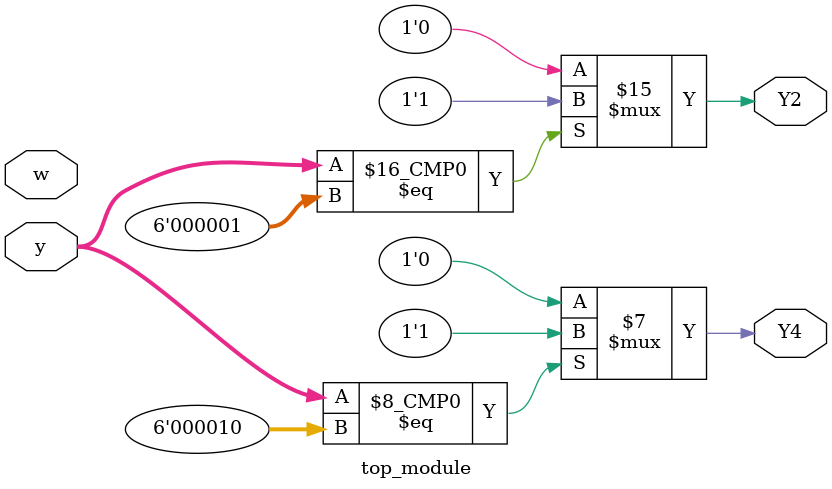
<source format=sv>
module top_module (
    input [6:1] y,
    input w,
    output reg Y2,
    output reg Y4
);

    always @(*) begin
        case(y)
            7'b000001: begin
                Y2 = 1'b1;
                Y4 = 1'b0;
            end
            7'b000010: begin
                Y2 = 1'b0;
                Y4 = 1'b1;
            end
            7'b000100: begin
                Y2 = 1'b0;
                Y4 = 1'b0;
            end
            7'b001000: begin
                Y2 = 1'b0;
                Y4 = 1'b0;
            end
            7'b010000: begin
                Y2 = 1'b0;
                Y4 = 1'b0;
            end
            7'b100000: begin
                Y2 = 1'b0;
                Y4 = 1'b0;
            end
            default: begin
                Y2 = 1'b0;
                Y4 = 1'b0;
            end
        endcase
    end
    
endmodule

</source>
